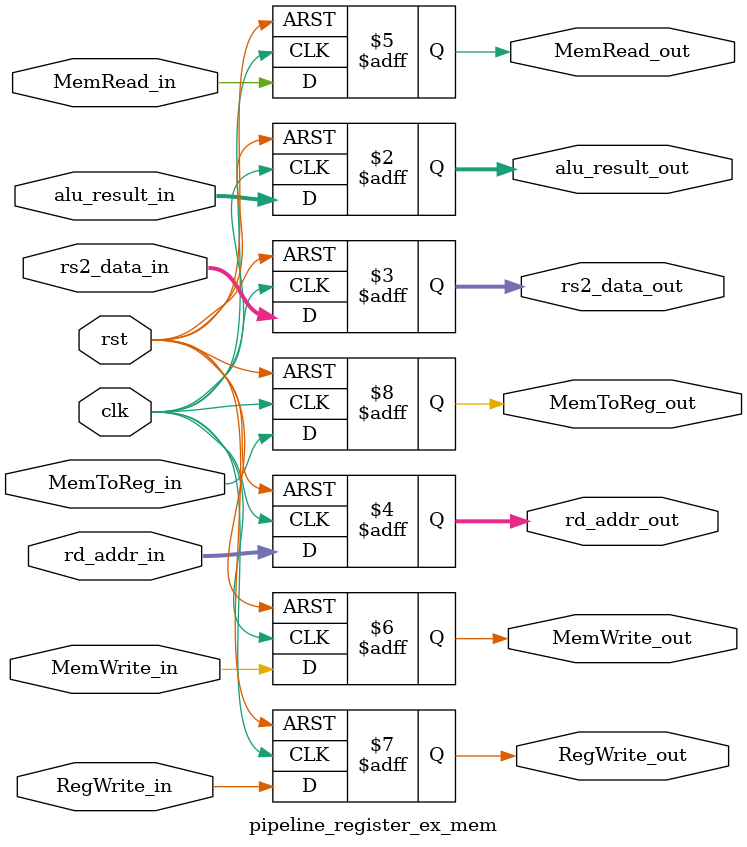
<source format=v>
`timescale 1ns / 1ps

module pipeline_register_ex_mem (
    input clk, rst,
    // Data Inputs
    input [31:0] alu_result_in, rs2_data_in, // rs2 needed for SW
    input [4:0]  rd_addr_in,
    // Control Inputs
    input MemRead_in, MemWrite_in, RegWrite_in, MemToReg_in,
    // Output Data
    output reg [31:0] alu_result_out, rs2_data_out,
    output reg [4:0]  rd_addr_out,
    // Output Control
    output reg MemRead_out, MemWrite_out, RegWrite_out, MemToReg_out
);
    always @(posedge clk or posedge rst) begin
        if (rst) begin
             alu_result_out <= 0; rs2_data_out <= 0; rd_addr_out <= 0;
             MemRead_out <= 0; MemWrite_out <= 0; RegWrite_out <= 0; MemToReg_out <= 0;
        end else begin
             alu_result_out <= alu_result_in;
             rs2_data_out <= rs2_data_in; rd_addr_out <= rd_addr_in;
             MemRead_out <= MemRead_in; MemWrite_out <= MemWrite_in;
             RegWrite_out <= RegWrite_in; MemToReg_out <= MemToReg_in;
        end
    end
endmodule

</source>
